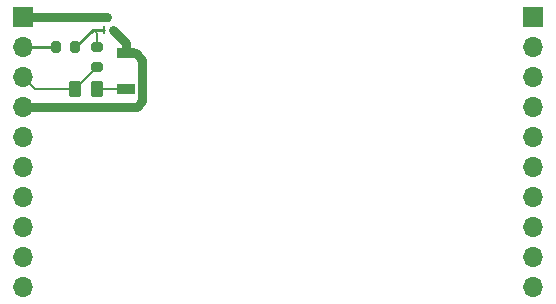
<source format=gbr>
%TF.GenerationSoftware,KiCad,Pcbnew,8.0.7*%
%TF.CreationDate,2025-01-28T21:05:17-05:00*%
%TF.ProjectId,VCU Charge Status Module,56435520-4368-4617-9267-652053746174,rev?*%
%TF.SameCoordinates,Original*%
%TF.FileFunction,Copper,L1,Top*%
%TF.FilePolarity,Positive*%
%FSLAX46Y46*%
G04 Gerber Fmt 4.6, Leading zero omitted, Abs format (unit mm)*
G04 Created by KiCad (PCBNEW 8.0.7) date 2025-01-28 21:05:17*
%MOMM*%
%LPD*%
G01*
G04 APERTURE LIST*
G04 Aperture macros list*
%AMRoundRect*
0 Rectangle with rounded corners*
0 $1 Rounding radius*
0 $2 $3 $4 $5 $6 $7 $8 $9 X,Y pos of 4 corners*
0 Add a 4 corners polygon primitive as box body*
4,1,4,$2,$3,$4,$5,$6,$7,$8,$9,$2,$3,0*
0 Add four circle primitives for the rounded corners*
1,1,$1+$1,$2,$3*
1,1,$1+$1,$4,$5*
1,1,$1+$1,$6,$7*
1,1,$1+$1,$8,$9*
0 Add four rect primitives between the rounded corners*
20,1,$1+$1,$2,$3,$4,$5,0*
20,1,$1+$1,$4,$5,$6,$7,0*
20,1,$1+$1,$6,$7,$8,$9,0*
20,1,$1+$1,$8,$9,$2,$3,0*%
G04 Aperture macros list end*
%TA.AperFunction,ComponentPad*%
%ADD10R,1.700000X1.700000*%
%TD*%
%TA.AperFunction,ComponentPad*%
%ADD11O,1.700000X1.700000*%
%TD*%
%TA.AperFunction,SMDPad,CuDef*%
%ADD12RoundRect,0.200000X-0.200000X-0.275000X0.200000X-0.275000X0.200000X0.275000X-0.200000X0.275000X0*%
%TD*%
%TA.AperFunction,SMDPad,CuDef*%
%ADD13R,0.279400X0.660400*%
%TD*%
%TA.AperFunction,SMDPad,CuDef*%
%ADD14R,0.381000X0.660400*%
%TD*%
%TA.AperFunction,SMDPad,CuDef*%
%ADD15RoundRect,0.200000X0.275000X-0.200000X0.275000X0.200000X-0.275000X0.200000X-0.275000X-0.200000X0*%
%TD*%
%TA.AperFunction,SMDPad,CuDef*%
%ADD16R,1.600200X0.863600*%
%TD*%
%TA.AperFunction,SMDPad,CuDef*%
%ADD17RoundRect,0.250000X-0.262500X-0.450000X0.262500X-0.450000X0.262500X0.450000X-0.262500X0.450000X0*%
%TD*%
%TA.AperFunction,Conductor*%
%ADD18C,0.750000*%
%TD*%
%TA.AperFunction,Conductor*%
%ADD19C,0.200000*%
%TD*%
%TA.AperFunction,Conductor*%
%ADD20C,0.250000*%
%TD*%
G04 APERTURE END LIST*
D10*
%TO.P,J1,1,1*%
%TO.N,Net-(Q1-D)*%
X50800000Y-25400000D03*
D11*
%TO.P,J1,2,2*%
%TO.N,Net-(J1-Pad2)*%
X50800000Y-27940000D03*
%TO.P,J1,3,3*%
%TO.N,Net-(J1-Pad3)*%
X50800000Y-30480000D03*
%TO.P,J1,4,4*%
%TO.N,Net-(D1-A)*%
X50800000Y-33020000D03*
%TO.P,J1,5,5*%
%TO.N,unconnected-(J1-Pad5)*%
X50800000Y-35560000D03*
%TO.P,J1,6,6*%
%TO.N,unconnected-(J1-Pad6)*%
X50800000Y-38100000D03*
%TO.P,J1,7,7*%
%TO.N,unconnected-(J1-Pad7)*%
X50800000Y-40640000D03*
%TO.P,J1,8,8*%
%TO.N,unconnected-(J1-Pad8)*%
X50800000Y-43180000D03*
%TO.P,J1,9,9*%
%TO.N,unconnected-(J1-Pad9)*%
X50800000Y-45720000D03*
%TO.P,J1,10,10*%
%TO.N,unconnected-(J1-Pad10)*%
X50800000Y-48260000D03*
%TD*%
D12*
%TO.P,R2,1*%
%TO.N,Net-(J1-Pad2)*%
X53552500Y-28000000D03*
%TO.P,R2,2*%
%TO.N,Net-(Q1-G)*%
X55202500Y-28000000D03*
%TD*%
D13*
%TO.P,Q1,1,G*%
%TO.N,Net-(Q1-G)*%
X57599950Y-26490600D03*
%TO.P,Q1,2,S*%
%TO.N,Net-(D1-A)*%
X58400050Y-26490600D03*
D14*
%TO.P,Q1,3,D*%
%TO.N,Net-(Q1-D)*%
X58000000Y-25500000D03*
%TD*%
D15*
%TO.P,R3,1*%
%TO.N,Net-(J1-Pad3)*%
X57000000Y-29650000D03*
%TO.P,R3,2*%
%TO.N,Net-(Q1-G)*%
X57000000Y-28000000D03*
%TD*%
D10*
%TO.P,J1,1,1*%
%TO.N,N/C*%
X93980000Y-25400000D03*
D11*
%TO.P,J1,2,2*%
X93980000Y-27940000D03*
%TO.P,J1,3,3*%
X93980000Y-30480000D03*
%TO.P,J1,4,4*%
X93980000Y-33020000D03*
%TO.P,J1,5,5*%
X93980000Y-35560000D03*
%TO.P,J1,6,6*%
X93980000Y-38100000D03*
%TO.P,J1,7,7*%
X93980000Y-40640000D03*
%TO.P,J1,8,8*%
X93980000Y-43180000D03*
%TO.P,J1,9,9*%
X93980000Y-45720000D03*
%TO.P,J1,10,10*%
X93980000Y-48260000D03*
%TD*%
D16*
%TO.P,D1,1,K*%
%TO.N,Net-(D1-K)*%
X59500000Y-31548000D03*
%TO.P,D1,2,A*%
%TO.N,Net-(D1-A)*%
X59500000Y-28500000D03*
%TD*%
D17*
%TO.P,R1,1*%
%TO.N,Net-(J1-Pad3)*%
X55175000Y-31500000D03*
%TO.P,R1,2*%
%TO.N,Net-(D1-K)*%
X57000000Y-31500000D03*
%TD*%
D18*
%TO.N,Net-(D1-A)*%
X60300000Y-28500000D02*
X59500000Y-28500000D01*
X60409900Y-33020000D02*
X60875100Y-32554800D01*
X59500000Y-28500000D02*
X59500000Y-27590550D01*
X60875100Y-29075100D02*
X60300000Y-28500000D01*
X60875100Y-32554800D02*
X60875100Y-29075100D01*
X50800000Y-33020000D02*
X60409900Y-33020000D01*
X59500000Y-27590550D02*
X58400050Y-26490600D01*
D19*
%TO.N,Net-(D1-K)*%
X59500000Y-31548000D02*
X57048000Y-31548000D01*
X57048000Y-31548000D02*
X57000000Y-31500000D01*
%TO.N,Net-(J1-Pad3)*%
X57000000Y-29650000D02*
X57000000Y-29675000D01*
X51820000Y-31500000D02*
X50800000Y-30480000D01*
X55175000Y-31500000D02*
X51820000Y-31500000D01*
X57000000Y-29675000D02*
X55175000Y-31500000D01*
%TO.N,Net-(Q1-D)*%
X50813800Y-25386200D02*
X50800000Y-25400000D01*
X57900000Y-25400000D02*
X58000000Y-25500000D01*
D18*
X50800000Y-25400000D02*
X57900000Y-25400000D01*
D20*
%TO.N,Net-(J1-Pad2)*%
X53492500Y-27940000D02*
X53552500Y-28000000D01*
X50800000Y-27940000D02*
X53492500Y-27940000D01*
D19*
%TO.N,Net-(Q1-G)*%
X57000000Y-28000000D02*
X57000000Y-26778700D01*
D20*
X56711900Y-26490600D02*
X55202500Y-28000000D01*
D19*
X57000000Y-26778700D02*
X56711900Y-26490600D01*
D20*
X57599950Y-26490600D02*
X56711900Y-26490600D01*
%TD*%
M02*

</source>
